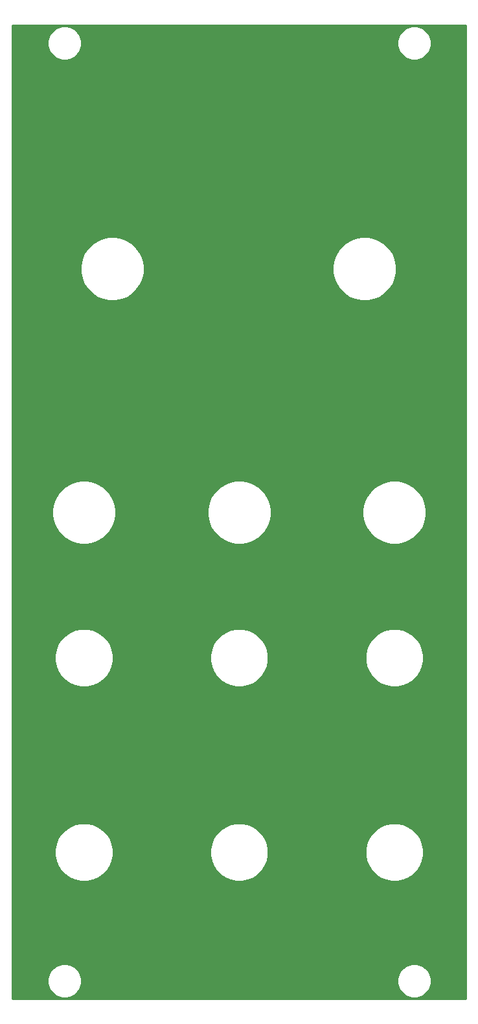
<source format=gbr>
G04 #@! TF.GenerationSoftware,KiCad,Pcbnew,5.1.5-52549c5~84~ubuntu18.04.1*
G04 #@! TF.CreationDate,2020-03-18T19:13:26-04:00*
G04 #@! TF.ProjectId,obg-SVF-panel,6f62672d-5356-4462-9d70-616e656c2e6b,rev?*
G04 #@! TF.SameCoordinates,Original*
G04 #@! TF.FileFunction,Copper,L1,Top*
G04 #@! TF.FilePolarity,Positive*
%FSLAX46Y46*%
G04 Gerber Fmt 4.6, Leading zero omitted, Abs format (unit mm)*
G04 Created by KiCad (PCBNEW 5.1.5-52549c5~84~ubuntu18.04.1) date 2020-03-18 19:13:26*
%MOMM*%
%LPD*%
G04 APERTURE LIST*
%ADD10C,0.254000*%
G04 APERTURE END LIST*
D10*
G36*
X239940001Y-167840000D02*
G01*
X180660000Y-167840000D01*
X180660000Y-165279872D01*
X185265000Y-165279872D01*
X185265000Y-165720128D01*
X185350890Y-166151925D01*
X185519369Y-166558669D01*
X185763962Y-166924729D01*
X186075271Y-167236038D01*
X186441331Y-167480631D01*
X186848075Y-167649110D01*
X187279872Y-167735000D01*
X187720128Y-167735000D01*
X188151925Y-167649110D01*
X188558669Y-167480631D01*
X188924729Y-167236038D01*
X189236038Y-166924729D01*
X189480631Y-166558669D01*
X189649110Y-166151925D01*
X189735000Y-165720128D01*
X189735000Y-165279872D01*
X230965000Y-165279872D01*
X230965000Y-165720128D01*
X231050890Y-166151925D01*
X231219369Y-166558669D01*
X231463962Y-166924729D01*
X231775271Y-167236038D01*
X232141331Y-167480631D01*
X232548075Y-167649110D01*
X232979872Y-167735000D01*
X233420128Y-167735000D01*
X233851925Y-167649110D01*
X234258669Y-167480631D01*
X234624729Y-167236038D01*
X234936038Y-166924729D01*
X235180631Y-166558669D01*
X235349110Y-166151925D01*
X235435000Y-165720128D01*
X235435000Y-165279872D01*
X235349110Y-164848075D01*
X235180631Y-164441331D01*
X234936038Y-164075271D01*
X234624729Y-163763962D01*
X234258669Y-163519369D01*
X233851925Y-163350890D01*
X233420128Y-163265000D01*
X232979872Y-163265000D01*
X232548075Y-163350890D01*
X232141331Y-163519369D01*
X231775271Y-163763962D01*
X231463962Y-164075271D01*
X231219369Y-164441331D01*
X231050890Y-164848075D01*
X230965000Y-165279872D01*
X189735000Y-165279872D01*
X189649110Y-164848075D01*
X189480631Y-164441331D01*
X189236038Y-164075271D01*
X188924729Y-163763962D01*
X188558669Y-163519369D01*
X188151925Y-163350890D01*
X187720128Y-163265000D01*
X187279872Y-163265000D01*
X186848075Y-163350890D01*
X186441331Y-163519369D01*
X186075271Y-163763962D01*
X185763962Y-164075271D01*
X185519369Y-164441331D01*
X185350890Y-164848075D01*
X185265000Y-165279872D01*
X180660000Y-165279872D01*
X180660000Y-148322285D01*
X186165000Y-148322285D01*
X186165000Y-149077715D01*
X186312377Y-149818628D01*
X186601467Y-150516554D01*
X187021161Y-151144670D01*
X187555330Y-151678839D01*
X188183446Y-152098533D01*
X188881372Y-152387623D01*
X189622285Y-152535000D01*
X190377715Y-152535000D01*
X191118628Y-152387623D01*
X191816554Y-152098533D01*
X192444670Y-151678839D01*
X192978839Y-151144670D01*
X193398533Y-150516554D01*
X193687623Y-149818628D01*
X193835000Y-149077715D01*
X193835000Y-148322285D01*
X206465000Y-148322285D01*
X206465000Y-149077715D01*
X206612377Y-149818628D01*
X206901467Y-150516554D01*
X207321161Y-151144670D01*
X207855330Y-151678839D01*
X208483446Y-152098533D01*
X209181372Y-152387623D01*
X209922285Y-152535000D01*
X210677715Y-152535000D01*
X211418628Y-152387623D01*
X212116554Y-152098533D01*
X212744670Y-151678839D01*
X213278839Y-151144670D01*
X213698533Y-150516554D01*
X213987623Y-149818628D01*
X214135000Y-149077715D01*
X214135000Y-148322285D01*
X226765000Y-148322285D01*
X226765000Y-149077715D01*
X226912377Y-149818628D01*
X227201467Y-150516554D01*
X227621161Y-151144670D01*
X228155330Y-151678839D01*
X228783446Y-152098533D01*
X229481372Y-152387623D01*
X230222285Y-152535000D01*
X230977715Y-152535000D01*
X231718628Y-152387623D01*
X232416554Y-152098533D01*
X233044670Y-151678839D01*
X233578839Y-151144670D01*
X233998533Y-150516554D01*
X234287623Y-149818628D01*
X234435000Y-149077715D01*
X234435000Y-148322285D01*
X234287623Y-147581372D01*
X233998533Y-146883446D01*
X233578839Y-146255330D01*
X233044670Y-145721161D01*
X232416554Y-145301467D01*
X231718628Y-145012377D01*
X230977715Y-144865000D01*
X230222285Y-144865000D01*
X229481372Y-145012377D01*
X228783446Y-145301467D01*
X228155330Y-145721161D01*
X227621161Y-146255330D01*
X227201467Y-146883446D01*
X226912377Y-147581372D01*
X226765000Y-148322285D01*
X214135000Y-148322285D01*
X213987623Y-147581372D01*
X213698533Y-146883446D01*
X213278839Y-146255330D01*
X212744670Y-145721161D01*
X212116554Y-145301467D01*
X211418628Y-145012377D01*
X210677715Y-144865000D01*
X209922285Y-144865000D01*
X209181372Y-145012377D01*
X208483446Y-145301467D01*
X207855330Y-145721161D01*
X207321161Y-146255330D01*
X206901467Y-146883446D01*
X206612377Y-147581372D01*
X206465000Y-148322285D01*
X193835000Y-148322285D01*
X193687623Y-147581372D01*
X193398533Y-146883446D01*
X192978839Y-146255330D01*
X192444670Y-145721161D01*
X191816554Y-145301467D01*
X191118628Y-145012377D01*
X190377715Y-144865000D01*
X189622285Y-144865000D01*
X188881372Y-145012377D01*
X188183446Y-145301467D01*
X187555330Y-145721161D01*
X187021161Y-146255330D01*
X186601467Y-146883446D01*
X186312377Y-147581372D01*
X186165000Y-148322285D01*
X180660000Y-148322285D01*
X180660000Y-122922285D01*
X186165000Y-122922285D01*
X186165000Y-123677715D01*
X186312377Y-124418628D01*
X186601467Y-125116554D01*
X187021161Y-125744670D01*
X187555330Y-126278839D01*
X188183446Y-126698533D01*
X188881372Y-126987623D01*
X189622285Y-127135000D01*
X190377715Y-127135000D01*
X191118628Y-126987623D01*
X191816554Y-126698533D01*
X192444670Y-126278839D01*
X192978839Y-125744670D01*
X193398533Y-125116554D01*
X193687623Y-124418628D01*
X193835000Y-123677715D01*
X193835000Y-122922285D01*
X206465000Y-122922285D01*
X206465000Y-123677715D01*
X206612377Y-124418628D01*
X206901467Y-125116554D01*
X207321161Y-125744670D01*
X207855330Y-126278839D01*
X208483446Y-126698533D01*
X209181372Y-126987623D01*
X209922285Y-127135000D01*
X210677715Y-127135000D01*
X211418628Y-126987623D01*
X212116554Y-126698533D01*
X212744670Y-126278839D01*
X213278839Y-125744670D01*
X213698533Y-125116554D01*
X213987623Y-124418628D01*
X214135000Y-123677715D01*
X214135000Y-122922285D01*
X226765000Y-122922285D01*
X226765000Y-123677715D01*
X226912377Y-124418628D01*
X227201467Y-125116554D01*
X227621161Y-125744670D01*
X228155330Y-126278839D01*
X228783446Y-126698533D01*
X229481372Y-126987623D01*
X230222285Y-127135000D01*
X230977715Y-127135000D01*
X231718628Y-126987623D01*
X232416554Y-126698533D01*
X233044670Y-126278839D01*
X233578839Y-125744670D01*
X233998533Y-125116554D01*
X234287623Y-124418628D01*
X234435000Y-123677715D01*
X234435000Y-122922285D01*
X234287623Y-122181372D01*
X233998533Y-121483446D01*
X233578839Y-120855330D01*
X233044670Y-120321161D01*
X232416554Y-119901467D01*
X231718628Y-119612377D01*
X230977715Y-119465000D01*
X230222285Y-119465000D01*
X229481372Y-119612377D01*
X228783446Y-119901467D01*
X228155330Y-120321161D01*
X227621161Y-120855330D01*
X227201467Y-121483446D01*
X226912377Y-122181372D01*
X226765000Y-122922285D01*
X214135000Y-122922285D01*
X213987623Y-122181372D01*
X213698533Y-121483446D01*
X213278839Y-120855330D01*
X212744670Y-120321161D01*
X212116554Y-119901467D01*
X211418628Y-119612377D01*
X210677715Y-119465000D01*
X209922285Y-119465000D01*
X209181372Y-119612377D01*
X208483446Y-119901467D01*
X207855330Y-120321161D01*
X207321161Y-120855330D01*
X206901467Y-121483446D01*
X206612377Y-122181372D01*
X206465000Y-122922285D01*
X193835000Y-122922285D01*
X193687623Y-122181372D01*
X193398533Y-121483446D01*
X192978839Y-120855330D01*
X192444670Y-120321161D01*
X191816554Y-119901467D01*
X191118628Y-119612377D01*
X190377715Y-119465000D01*
X189622285Y-119465000D01*
X188881372Y-119612377D01*
X188183446Y-119901467D01*
X187555330Y-120321161D01*
X187021161Y-120855330D01*
X186601467Y-121483446D01*
X186312377Y-122181372D01*
X186165000Y-122922285D01*
X180660000Y-122922285D01*
X180660000Y-103887814D01*
X185815000Y-103887814D01*
X185815000Y-104712186D01*
X185975828Y-105520719D01*
X186291301Y-106282341D01*
X186749299Y-106967782D01*
X187332218Y-107550701D01*
X188017659Y-108008699D01*
X188779281Y-108324172D01*
X189587814Y-108485000D01*
X190412186Y-108485000D01*
X191220719Y-108324172D01*
X191982341Y-108008699D01*
X192667782Y-107550701D01*
X193250701Y-106967782D01*
X193708699Y-106282341D01*
X194024172Y-105520719D01*
X194185000Y-104712186D01*
X194185000Y-103887814D01*
X206115000Y-103887814D01*
X206115000Y-104712186D01*
X206275828Y-105520719D01*
X206591301Y-106282341D01*
X207049299Y-106967782D01*
X207632218Y-107550701D01*
X208317659Y-108008699D01*
X209079281Y-108324172D01*
X209887814Y-108485000D01*
X210712186Y-108485000D01*
X211520719Y-108324172D01*
X212282341Y-108008699D01*
X212967782Y-107550701D01*
X213550701Y-106967782D01*
X214008699Y-106282341D01*
X214324172Y-105520719D01*
X214485000Y-104712186D01*
X214485000Y-103887814D01*
X226415000Y-103887814D01*
X226415000Y-104712186D01*
X226575828Y-105520719D01*
X226891301Y-106282341D01*
X227349299Y-106967782D01*
X227932218Y-107550701D01*
X228617659Y-108008699D01*
X229379281Y-108324172D01*
X230187814Y-108485000D01*
X231012186Y-108485000D01*
X231820719Y-108324172D01*
X232582341Y-108008699D01*
X233267782Y-107550701D01*
X233850701Y-106967782D01*
X234308699Y-106282341D01*
X234624172Y-105520719D01*
X234785000Y-104712186D01*
X234785000Y-103887814D01*
X234624172Y-103079281D01*
X234308699Y-102317659D01*
X233850701Y-101632218D01*
X233267782Y-101049299D01*
X232582341Y-100591301D01*
X231820719Y-100275828D01*
X231012186Y-100115000D01*
X230187814Y-100115000D01*
X229379281Y-100275828D01*
X228617659Y-100591301D01*
X227932218Y-101049299D01*
X227349299Y-101632218D01*
X226891301Y-102317659D01*
X226575828Y-103079281D01*
X226415000Y-103887814D01*
X214485000Y-103887814D01*
X214324172Y-103079281D01*
X214008699Y-102317659D01*
X213550701Y-101632218D01*
X212967782Y-101049299D01*
X212282341Y-100591301D01*
X211520719Y-100275828D01*
X210712186Y-100115000D01*
X209887814Y-100115000D01*
X209079281Y-100275828D01*
X208317659Y-100591301D01*
X207632218Y-101049299D01*
X207049299Y-101632218D01*
X206591301Y-102317659D01*
X206275828Y-103079281D01*
X206115000Y-103887814D01*
X194185000Y-103887814D01*
X194024172Y-103079281D01*
X193708699Y-102317659D01*
X193250701Y-101632218D01*
X192667782Y-101049299D01*
X191982341Y-100591301D01*
X191220719Y-100275828D01*
X190412186Y-100115000D01*
X189587814Y-100115000D01*
X188779281Y-100275828D01*
X188017659Y-100591301D01*
X187332218Y-101049299D01*
X186749299Y-101632218D01*
X186291301Y-102317659D01*
X185975828Y-103079281D01*
X185815000Y-103887814D01*
X180660000Y-103887814D01*
X180660000Y-72087814D01*
X189515000Y-72087814D01*
X189515000Y-72912186D01*
X189675828Y-73720719D01*
X189991301Y-74482341D01*
X190449299Y-75167782D01*
X191032218Y-75750701D01*
X191717659Y-76208699D01*
X192479281Y-76524172D01*
X193287814Y-76685000D01*
X194112186Y-76685000D01*
X194920719Y-76524172D01*
X195682341Y-76208699D01*
X196367782Y-75750701D01*
X196950701Y-75167782D01*
X197408699Y-74482341D01*
X197724172Y-73720719D01*
X197885000Y-72912186D01*
X197885000Y-72087814D01*
X222515000Y-72087814D01*
X222515000Y-72912186D01*
X222675828Y-73720719D01*
X222991301Y-74482341D01*
X223449299Y-75167782D01*
X224032218Y-75750701D01*
X224717659Y-76208699D01*
X225479281Y-76524172D01*
X226287814Y-76685000D01*
X227112186Y-76685000D01*
X227920719Y-76524172D01*
X228682341Y-76208699D01*
X229367782Y-75750701D01*
X229950701Y-75167782D01*
X230408699Y-74482341D01*
X230724172Y-73720719D01*
X230885000Y-72912186D01*
X230885000Y-72087814D01*
X230724172Y-71279281D01*
X230408699Y-70517659D01*
X229950701Y-69832218D01*
X229367782Y-69249299D01*
X228682341Y-68791301D01*
X227920719Y-68475828D01*
X227112186Y-68315000D01*
X226287814Y-68315000D01*
X225479281Y-68475828D01*
X224717659Y-68791301D01*
X224032218Y-69249299D01*
X223449299Y-69832218D01*
X222991301Y-70517659D01*
X222675828Y-71279281D01*
X222515000Y-72087814D01*
X197885000Y-72087814D01*
X197724172Y-71279281D01*
X197408699Y-70517659D01*
X196950701Y-69832218D01*
X196367782Y-69249299D01*
X195682341Y-68791301D01*
X194920719Y-68475828D01*
X194112186Y-68315000D01*
X193287814Y-68315000D01*
X192479281Y-68475828D01*
X191717659Y-68791301D01*
X191032218Y-69249299D01*
X190449299Y-69832218D01*
X189991301Y-70517659D01*
X189675828Y-71279281D01*
X189515000Y-72087814D01*
X180660000Y-72087814D01*
X180660000Y-42779872D01*
X185265000Y-42779872D01*
X185265000Y-43220128D01*
X185350890Y-43651925D01*
X185519369Y-44058669D01*
X185763962Y-44424729D01*
X186075271Y-44736038D01*
X186441331Y-44980631D01*
X186848075Y-45149110D01*
X187279872Y-45235000D01*
X187720128Y-45235000D01*
X188151925Y-45149110D01*
X188558669Y-44980631D01*
X188924729Y-44736038D01*
X189236038Y-44424729D01*
X189480631Y-44058669D01*
X189649110Y-43651925D01*
X189735000Y-43220128D01*
X189735000Y-42779872D01*
X230965000Y-42779872D01*
X230965000Y-43220128D01*
X231050890Y-43651925D01*
X231219369Y-44058669D01*
X231463962Y-44424729D01*
X231775271Y-44736038D01*
X232141331Y-44980631D01*
X232548075Y-45149110D01*
X232979872Y-45235000D01*
X233420128Y-45235000D01*
X233851925Y-45149110D01*
X234258669Y-44980631D01*
X234624729Y-44736038D01*
X234936038Y-44424729D01*
X235180631Y-44058669D01*
X235349110Y-43651925D01*
X235435000Y-43220128D01*
X235435000Y-42779872D01*
X235349110Y-42348075D01*
X235180631Y-41941331D01*
X234936038Y-41575271D01*
X234624729Y-41263962D01*
X234258669Y-41019369D01*
X233851925Y-40850890D01*
X233420128Y-40765000D01*
X232979872Y-40765000D01*
X232548075Y-40850890D01*
X232141331Y-41019369D01*
X231775271Y-41263962D01*
X231463962Y-41575271D01*
X231219369Y-41941331D01*
X231050890Y-42348075D01*
X230965000Y-42779872D01*
X189735000Y-42779872D01*
X189649110Y-42348075D01*
X189480631Y-41941331D01*
X189236038Y-41575271D01*
X188924729Y-41263962D01*
X188558669Y-41019369D01*
X188151925Y-40850890D01*
X187720128Y-40765000D01*
X187279872Y-40765000D01*
X186848075Y-40850890D01*
X186441331Y-41019369D01*
X186075271Y-41263962D01*
X185763962Y-41575271D01*
X185519369Y-41941331D01*
X185350890Y-42348075D01*
X185265000Y-42779872D01*
X180660000Y-42779872D01*
X180660000Y-40660000D01*
X239940000Y-40660000D01*
X239940001Y-167840000D01*
G37*
X239940001Y-167840000D02*
X180660000Y-167840000D01*
X180660000Y-165279872D01*
X185265000Y-165279872D01*
X185265000Y-165720128D01*
X185350890Y-166151925D01*
X185519369Y-166558669D01*
X185763962Y-166924729D01*
X186075271Y-167236038D01*
X186441331Y-167480631D01*
X186848075Y-167649110D01*
X187279872Y-167735000D01*
X187720128Y-167735000D01*
X188151925Y-167649110D01*
X188558669Y-167480631D01*
X188924729Y-167236038D01*
X189236038Y-166924729D01*
X189480631Y-166558669D01*
X189649110Y-166151925D01*
X189735000Y-165720128D01*
X189735000Y-165279872D01*
X230965000Y-165279872D01*
X230965000Y-165720128D01*
X231050890Y-166151925D01*
X231219369Y-166558669D01*
X231463962Y-166924729D01*
X231775271Y-167236038D01*
X232141331Y-167480631D01*
X232548075Y-167649110D01*
X232979872Y-167735000D01*
X233420128Y-167735000D01*
X233851925Y-167649110D01*
X234258669Y-167480631D01*
X234624729Y-167236038D01*
X234936038Y-166924729D01*
X235180631Y-166558669D01*
X235349110Y-166151925D01*
X235435000Y-165720128D01*
X235435000Y-165279872D01*
X235349110Y-164848075D01*
X235180631Y-164441331D01*
X234936038Y-164075271D01*
X234624729Y-163763962D01*
X234258669Y-163519369D01*
X233851925Y-163350890D01*
X233420128Y-163265000D01*
X232979872Y-163265000D01*
X232548075Y-163350890D01*
X232141331Y-163519369D01*
X231775271Y-163763962D01*
X231463962Y-164075271D01*
X231219369Y-164441331D01*
X231050890Y-164848075D01*
X230965000Y-165279872D01*
X189735000Y-165279872D01*
X189649110Y-164848075D01*
X189480631Y-164441331D01*
X189236038Y-164075271D01*
X188924729Y-163763962D01*
X188558669Y-163519369D01*
X188151925Y-163350890D01*
X187720128Y-163265000D01*
X187279872Y-163265000D01*
X186848075Y-163350890D01*
X186441331Y-163519369D01*
X186075271Y-163763962D01*
X185763962Y-164075271D01*
X185519369Y-164441331D01*
X185350890Y-164848075D01*
X185265000Y-165279872D01*
X180660000Y-165279872D01*
X180660000Y-148322285D01*
X186165000Y-148322285D01*
X186165000Y-149077715D01*
X186312377Y-149818628D01*
X186601467Y-150516554D01*
X187021161Y-151144670D01*
X187555330Y-151678839D01*
X188183446Y-152098533D01*
X188881372Y-152387623D01*
X189622285Y-152535000D01*
X190377715Y-152535000D01*
X191118628Y-152387623D01*
X191816554Y-152098533D01*
X192444670Y-151678839D01*
X192978839Y-151144670D01*
X193398533Y-150516554D01*
X193687623Y-149818628D01*
X193835000Y-149077715D01*
X193835000Y-148322285D01*
X206465000Y-148322285D01*
X206465000Y-149077715D01*
X206612377Y-149818628D01*
X206901467Y-150516554D01*
X207321161Y-151144670D01*
X207855330Y-151678839D01*
X208483446Y-152098533D01*
X209181372Y-152387623D01*
X209922285Y-152535000D01*
X210677715Y-152535000D01*
X211418628Y-152387623D01*
X212116554Y-152098533D01*
X212744670Y-151678839D01*
X213278839Y-151144670D01*
X213698533Y-150516554D01*
X213987623Y-149818628D01*
X214135000Y-149077715D01*
X214135000Y-148322285D01*
X226765000Y-148322285D01*
X226765000Y-149077715D01*
X226912377Y-149818628D01*
X227201467Y-150516554D01*
X227621161Y-151144670D01*
X228155330Y-151678839D01*
X228783446Y-152098533D01*
X229481372Y-152387623D01*
X230222285Y-152535000D01*
X230977715Y-152535000D01*
X231718628Y-152387623D01*
X232416554Y-152098533D01*
X233044670Y-151678839D01*
X233578839Y-151144670D01*
X233998533Y-150516554D01*
X234287623Y-149818628D01*
X234435000Y-149077715D01*
X234435000Y-148322285D01*
X234287623Y-147581372D01*
X233998533Y-146883446D01*
X233578839Y-146255330D01*
X233044670Y-145721161D01*
X232416554Y-145301467D01*
X231718628Y-145012377D01*
X230977715Y-144865000D01*
X230222285Y-144865000D01*
X229481372Y-145012377D01*
X228783446Y-145301467D01*
X228155330Y-145721161D01*
X227621161Y-146255330D01*
X227201467Y-146883446D01*
X226912377Y-147581372D01*
X226765000Y-148322285D01*
X214135000Y-148322285D01*
X213987623Y-147581372D01*
X213698533Y-146883446D01*
X213278839Y-146255330D01*
X212744670Y-145721161D01*
X212116554Y-145301467D01*
X211418628Y-145012377D01*
X210677715Y-144865000D01*
X209922285Y-144865000D01*
X209181372Y-145012377D01*
X208483446Y-145301467D01*
X207855330Y-145721161D01*
X207321161Y-146255330D01*
X206901467Y-146883446D01*
X206612377Y-147581372D01*
X206465000Y-148322285D01*
X193835000Y-148322285D01*
X193687623Y-147581372D01*
X193398533Y-146883446D01*
X192978839Y-146255330D01*
X192444670Y-145721161D01*
X191816554Y-145301467D01*
X191118628Y-145012377D01*
X190377715Y-144865000D01*
X189622285Y-144865000D01*
X188881372Y-145012377D01*
X188183446Y-145301467D01*
X187555330Y-145721161D01*
X187021161Y-146255330D01*
X186601467Y-146883446D01*
X186312377Y-147581372D01*
X186165000Y-148322285D01*
X180660000Y-148322285D01*
X180660000Y-122922285D01*
X186165000Y-122922285D01*
X186165000Y-123677715D01*
X186312377Y-124418628D01*
X186601467Y-125116554D01*
X187021161Y-125744670D01*
X187555330Y-126278839D01*
X188183446Y-126698533D01*
X188881372Y-126987623D01*
X189622285Y-127135000D01*
X190377715Y-127135000D01*
X191118628Y-126987623D01*
X191816554Y-126698533D01*
X192444670Y-126278839D01*
X192978839Y-125744670D01*
X193398533Y-125116554D01*
X193687623Y-124418628D01*
X193835000Y-123677715D01*
X193835000Y-122922285D01*
X206465000Y-122922285D01*
X206465000Y-123677715D01*
X206612377Y-124418628D01*
X206901467Y-125116554D01*
X207321161Y-125744670D01*
X207855330Y-126278839D01*
X208483446Y-126698533D01*
X209181372Y-126987623D01*
X209922285Y-127135000D01*
X210677715Y-127135000D01*
X211418628Y-126987623D01*
X212116554Y-126698533D01*
X212744670Y-126278839D01*
X213278839Y-125744670D01*
X213698533Y-125116554D01*
X213987623Y-124418628D01*
X214135000Y-123677715D01*
X214135000Y-122922285D01*
X226765000Y-122922285D01*
X226765000Y-123677715D01*
X226912377Y-124418628D01*
X227201467Y-125116554D01*
X227621161Y-125744670D01*
X228155330Y-126278839D01*
X228783446Y-126698533D01*
X229481372Y-126987623D01*
X230222285Y-127135000D01*
X230977715Y-127135000D01*
X231718628Y-126987623D01*
X232416554Y-126698533D01*
X233044670Y-126278839D01*
X233578839Y-125744670D01*
X233998533Y-125116554D01*
X234287623Y-124418628D01*
X234435000Y-123677715D01*
X234435000Y-122922285D01*
X234287623Y-122181372D01*
X233998533Y-121483446D01*
X233578839Y-120855330D01*
X233044670Y-120321161D01*
X232416554Y-119901467D01*
X231718628Y-119612377D01*
X230977715Y-119465000D01*
X230222285Y-119465000D01*
X229481372Y-119612377D01*
X228783446Y-119901467D01*
X228155330Y-120321161D01*
X227621161Y-120855330D01*
X227201467Y-121483446D01*
X226912377Y-122181372D01*
X226765000Y-122922285D01*
X214135000Y-122922285D01*
X213987623Y-122181372D01*
X213698533Y-121483446D01*
X213278839Y-120855330D01*
X212744670Y-120321161D01*
X212116554Y-119901467D01*
X211418628Y-119612377D01*
X210677715Y-119465000D01*
X209922285Y-119465000D01*
X209181372Y-119612377D01*
X208483446Y-119901467D01*
X207855330Y-120321161D01*
X207321161Y-120855330D01*
X206901467Y-121483446D01*
X206612377Y-122181372D01*
X206465000Y-122922285D01*
X193835000Y-122922285D01*
X193687623Y-122181372D01*
X193398533Y-121483446D01*
X192978839Y-120855330D01*
X192444670Y-120321161D01*
X191816554Y-119901467D01*
X191118628Y-119612377D01*
X190377715Y-119465000D01*
X189622285Y-119465000D01*
X188881372Y-119612377D01*
X188183446Y-119901467D01*
X187555330Y-120321161D01*
X187021161Y-120855330D01*
X186601467Y-121483446D01*
X186312377Y-122181372D01*
X186165000Y-122922285D01*
X180660000Y-122922285D01*
X180660000Y-103887814D01*
X185815000Y-103887814D01*
X185815000Y-104712186D01*
X185975828Y-105520719D01*
X186291301Y-106282341D01*
X186749299Y-106967782D01*
X187332218Y-107550701D01*
X188017659Y-108008699D01*
X188779281Y-108324172D01*
X189587814Y-108485000D01*
X190412186Y-108485000D01*
X191220719Y-108324172D01*
X191982341Y-108008699D01*
X192667782Y-107550701D01*
X193250701Y-106967782D01*
X193708699Y-106282341D01*
X194024172Y-105520719D01*
X194185000Y-104712186D01*
X194185000Y-103887814D01*
X206115000Y-103887814D01*
X206115000Y-104712186D01*
X206275828Y-105520719D01*
X206591301Y-106282341D01*
X207049299Y-106967782D01*
X207632218Y-107550701D01*
X208317659Y-108008699D01*
X209079281Y-108324172D01*
X209887814Y-108485000D01*
X210712186Y-108485000D01*
X211520719Y-108324172D01*
X212282341Y-108008699D01*
X212967782Y-107550701D01*
X213550701Y-106967782D01*
X214008699Y-106282341D01*
X214324172Y-105520719D01*
X214485000Y-104712186D01*
X214485000Y-103887814D01*
X226415000Y-103887814D01*
X226415000Y-104712186D01*
X226575828Y-105520719D01*
X226891301Y-106282341D01*
X227349299Y-106967782D01*
X227932218Y-107550701D01*
X228617659Y-108008699D01*
X229379281Y-108324172D01*
X230187814Y-108485000D01*
X231012186Y-108485000D01*
X231820719Y-108324172D01*
X232582341Y-108008699D01*
X233267782Y-107550701D01*
X233850701Y-106967782D01*
X234308699Y-106282341D01*
X234624172Y-105520719D01*
X234785000Y-104712186D01*
X234785000Y-103887814D01*
X234624172Y-103079281D01*
X234308699Y-102317659D01*
X233850701Y-101632218D01*
X233267782Y-101049299D01*
X232582341Y-100591301D01*
X231820719Y-100275828D01*
X231012186Y-100115000D01*
X230187814Y-100115000D01*
X229379281Y-100275828D01*
X228617659Y-100591301D01*
X227932218Y-101049299D01*
X227349299Y-101632218D01*
X226891301Y-102317659D01*
X226575828Y-103079281D01*
X226415000Y-103887814D01*
X214485000Y-103887814D01*
X214324172Y-103079281D01*
X214008699Y-102317659D01*
X213550701Y-101632218D01*
X212967782Y-101049299D01*
X212282341Y-100591301D01*
X211520719Y-100275828D01*
X210712186Y-100115000D01*
X209887814Y-100115000D01*
X209079281Y-100275828D01*
X208317659Y-100591301D01*
X207632218Y-101049299D01*
X207049299Y-101632218D01*
X206591301Y-102317659D01*
X206275828Y-103079281D01*
X206115000Y-103887814D01*
X194185000Y-103887814D01*
X194024172Y-103079281D01*
X193708699Y-102317659D01*
X193250701Y-101632218D01*
X192667782Y-101049299D01*
X191982341Y-100591301D01*
X191220719Y-100275828D01*
X190412186Y-100115000D01*
X189587814Y-100115000D01*
X188779281Y-100275828D01*
X188017659Y-100591301D01*
X187332218Y-101049299D01*
X186749299Y-101632218D01*
X186291301Y-102317659D01*
X185975828Y-103079281D01*
X185815000Y-103887814D01*
X180660000Y-103887814D01*
X180660000Y-72087814D01*
X189515000Y-72087814D01*
X189515000Y-72912186D01*
X189675828Y-73720719D01*
X189991301Y-74482341D01*
X190449299Y-75167782D01*
X191032218Y-75750701D01*
X191717659Y-76208699D01*
X192479281Y-76524172D01*
X193287814Y-76685000D01*
X194112186Y-76685000D01*
X194920719Y-76524172D01*
X195682341Y-76208699D01*
X196367782Y-75750701D01*
X196950701Y-75167782D01*
X197408699Y-74482341D01*
X197724172Y-73720719D01*
X197885000Y-72912186D01*
X197885000Y-72087814D01*
X222515000Y-72087814D01*
X222515000Y-72912186D01*
X222675828Y-73720719D01*
X222991301Y-74482341D01*
X223449299Y-75167782D01*
X224032218Y-75750701D01*
X224717659Y-76208699D01*
X225479281Y-76524172D01*
X226287814Y-76685000D01*
X227112186Y-76685000D01*
X227920719Y-76524172D01*
X228682341Y-76208699D01*
X229367782Y-75750701D01*
X229950701Y-75167782D01*
X230408699Y-74482341D01*
X230724172Y-73720719D01*
X230885000Y-72912186D01*
X230885000Y-72087814D01*
X230724172Y-71279281D01*
X230408699Y-70517659D01*
X229950701Y-69832218D01*
X229367782Y-69249299D01*
X228682341Y-68791301D01*
X227920719Y-68475828D01*
X227112186Y-68315000D01*
X226287814Y-68315000D01*
X225479281Y-68475828D01*
X224717659Y-68791301D01*
X224032218Y-69249299D01*
X223449299Y-69832218D01*
X222991301Y-70517659D01*
X222675828Y-71279281D01*
X222515000Y-72087814D01*
X197885000Y-72087814D01*
X197724172Y-71279281D01*
X197408699Y-70517659D01*
X196950701Y-69832218D01*
X196367782Y-69249299D01*
X195682341Y-68791301D01*
X194920719Y-68475828D01*
X194112186Y-68315000D01*
X193287814Y-68315000D01*
X192479281Y-68475828D01*
X191717659Y-68791301D01*
X191032218Y-69249299D01*
X190449299Y-69832218D01*
X189991301Y-70517659D01*
X189675828Y-71279281D01*
X189515000Y-72087814D01*
X180660000Y-72087814D01*
X180660000Y-42779872D01*
X185265000Y-42779872D01*
X185265000Y-43220128D01*
X185350890Y-43651925D01*
X185519369Y-44058669D01*
X185763962Y-44424729D01*
X186075271Y-44736038D01*
X186441331Y-44980631D01*
X186848075Y-45149110D01*
X187279872Y-45235000D01*
X187720128Y-45235000D01*
X188151925Y-45149110D01*
X188558669Y-44980631D01*
X188924729Y-44736038D01*
X189236038Y-44424729D01*
X189480631Y-44058669D01*
X189649110Y-43651925D01*
X189735000Y-43220128D01*
X189735000Y-42779872D01*
X230965000Y-42779872D01*
X230965000Y-43220128D01*
X231050890Y-43651925D01*
X231219369Y-44058669D01*
X231463962Y-44424729D01*
X231775271Y-44736038D01*
X232141331Y-44980631D01*
X232548075Y-45149110D01*
X232979872Y-45235000D01*
X233420128Y-45235000D01*
X233851925Y-45149110D01*
X234258669Y-44980631D01*
X234624729Y-44736038D01*
X234936038Y-44424729D01*
X235180631Y-44058669D01*
X235349110Y-43651925D01*
X235435000Y-43220128D01*
X235435000Y-42779872D01*
X235349110Y-42348075D01*
X235180631Y-41941331D01*
X234936038Y-41575271D01*
X234624729Y-41263962D01*
X234258669Y-41019369D01*
X233851925Y-40850890D01*
X233420128Y-40765000D01*
X232979872Y-40765000D01*
X232548075Y-40850890D01*
X232141331Y-41019369D01*
X231775271Y-41263962D01*
X231463962Y-41575271D01*
X231219369Y-41941331D01*
X231050890Y-42348075D01*
X230965000Y-42779872D01*
X189735000Y-42779872D01*
X189649110Y-42348075D01*
X189480631Y-41941331D01*
X189236038Y-41575271D01*
X188924729Y-41263962D01*
X188558669Y-41019369D01*
X188151925Y-40850890D01*
X187720128Y-40765000D01*
X187279872Y-40765000D01*
X186848075Y-40850890D01*
X186441331Y-41019369D01*
X186075271Y-41263962D01*
X185763962Y-41575271D01*
X185519369Y-41941331D01*
X185350890Y-42348075D01*
X185265000Y-42779872D01*
X180660000Y-42779872D01*
X180660000Y-40660000D01*
X239940000Y-40660000D01*
X239940001Y-167840000D01*
M02*

</source>
